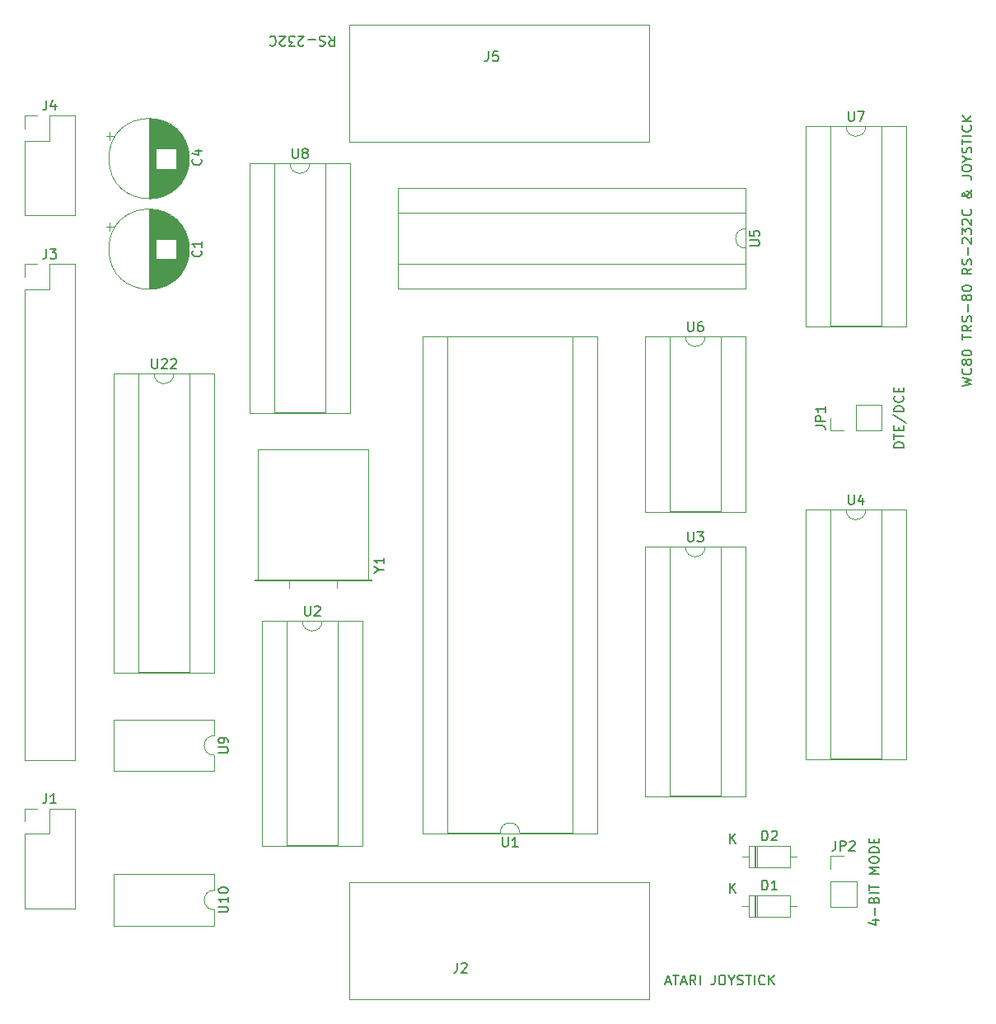
<source format=gbr>
%TF.GenerationSoftware,KiCad,Pcbnew,(5.1.9)-1*%
%TF.CreationDate,2021-11-03T00:36:12-04:00*%
%TF.ProjectId,main,6d61696e-2e6b-4696-9361-645f70636258,rev?*%
%TF.SameCoordinates,Original*%
%TF.FileFunction,Legend,Top*%
%TF.FilePolarity,Positive*%
%FSLAX46Y46*%
G04 Gerber Fmt 4.6, Leading zero omitted, Abs format (unit mm)*
G04 Created by KiCad (PCBNEW (5.1.9)-1) date 2021-11-03 00:36:12*
%MOMM*%
%LPD*%
G01*
G04 APERTURE LIST*
%ADD10C,0.200000*%
%ADD11C,0.120000*%
%ADD12C,0.150000*%
G04 APERTURE END LIST*
D10*
X111577380Y-63396428D02*
X110577380Y-63396428D01*
X110577380Y-63158333D01*
X110625000Y-63015476D01*
X110720238Y-62920238D01*
X110815476Y-62872619D01*
X111005952Y-62825000D01*
X111148809Y-62825000D01*
X111339285Y-62872619D01*
X111434523Y-62920238D01*
X111529761Y-63015476D01*
X111577380Y-63158333D01*
X111577380Y-63396428D01*
X110577380Y-62539285D02*
X110577380Y-61967857D01*
X111577380Y-62253571D02*
X110577380Y-62253571D01*
X111053571Y-61634523D02*
X111053571Y-61301190D01*
X111577380Y-61158333D02*
X111577380Y-61634523D01*
X110577380Y-61634523D01*
X110577380Y-61158333D01*
X110529761Y-60015476D02*
X111815476Y-60872619D01*
X111577380Y-59682142D02*
X110577380Y-59682142D01*
X110577380Y-59444047D01*
X110625000Y-59301190D01*
X110720238Y-59205952D01*
X110815476Y-59158333D01*
X111005952Y-59110714D01*
X111148809Y-59110714D01*
X111339285Y-59158333D01*
X111434523Y-59205952D01*
X111529761Y-59301190D01*
X111577380Y-59444047D01*
X111577380Y-59682142D01*
X111482142Y-58110714D02*
X111529761Y-58158333D01*
X111577380Y-58301190D01*
X111577380Y-58396428D01*
X111529761Y-58539285D01*
X111434523Y-58634523D01*
X111339285Y-58682142D01*
X111148809Y-58729761D01*
X111005952Y-58729761D01*
X110815476Y-58682142D01*
X110720238Y-58634523D01*
X110625000Y-58539285D01*
X110577380Y-58396428D01*
X110577380Y-58301190D01*
X110625000Y-58158333D01*
X110672619Y-58110714D01*
X111053571Y-57682142D02*
X111053571Y-57348809D01*
X111577380Y-57205952D02*
X111577380Y-57682142D01*
X110577380Y-57682142D01*
X110577380Y-57205952D01*
X108370714Y-111926190D02*
X109037380Y-111926190D01*
X107989761Y-112164285D02*
X108704047Y-112402380D01*
X108704047Y-111783333D01*
X108656428Y-111402380D02*
X108656428Y-110640476D01*
X108513571Y-109830952D02*
X108561190Y-109688095D01*
X108608809Y-109640476D01*
X108704047Y-109592857D01*
X108846904Y-109592857D01*
X108942142Y-109640476D01*
X108989761Y-109688095D01*
X109037380Y-109783333D01*
X109037380Y-110164285D01*
X108037380Y-110164285D01*
X108037380Y-109830952D01*
X108085000Y-109735714D01*
X108132619Y-109688095D01*
X108227857Y-109640476D01*
X108323095Y-109640476D01*
X108418333Y-109688095D01*
X108465952Y-109735714D01*
X108513571Y-109830952D01*
X108513571Y-110164285D01*
X109037380Y-109164285D02*
X108037380Y-109164285D01*
X108037380Y-108830952D02*
X108037380Y-108259523D01*
X109037380Y-108545238D02*
X108037380Y-108545238D01*
X109037380Y-107164285D02*
X108037380Y-107164285D01*
X108751666Y-106830952D01*
X108037380Y-106497619D01*
X109037380Y-106497619D01*
X108037380Y-105830952D02*
X108037380Y-105640476D01*
X108085000Y-105545238D01*
X108180238Y-105450000D01*
X108370714Y-105402380D01*
X108704047Y-105402380D01*
X108894523Y-105450000D01*
X108989761Y-105545238D01*
X109037380Y-105640476D01*
X109037380Y-105830952D01*
X108989761Y-105926190D01*
X108894523Y-106021428D01*
X108704047Y-106069047D01*
X108370714Y-106069047D01*
X108180238Y-106021428D01*
X108085000Y-105926190D01*
X108037380Y-105830952D01*
X109037380Y-104973809D02*
X108037380Y-104973809D01*
X108037380Y-104735714D01*
X108085000Y-104592857D01*
X108180238Y-104497619D01*
X108275476Y-104450000D01*
X108465952Y-104402380D01*
X108608809Y-104402380D01*
X108799285Y-104450000D01*
X108894523Y-104497619D01*
X108989761Y-104592857D01*
X109037380Y-104735714D01*
X109037380Y-104973809D01*
X108513571Y-103973809D02*
X108513571Y-103640476D01*
X109037380Y-103497619D02*
X109037380Y-103973809D01*
X108037380Y-103973809D01*
X108037380Y-103497619D01*
X52498285Y-21137619D02*
X52831619Y-21613809D01*
X53069714Y-21137619D02*
X53069714Y-22137619D01*
X52688761Y-22137619D01*
X52593523Y-22090000D01*
X52545904Y-22042380D01*
X52498285Y-21947142D01*
X52498285Y-21804285D01*
X52545904Y-21709047D01*
X52593523Y-21661428D01*
X52688761Y-21613809D01*
X53069714Y-21613809D01*
X52117333Y-21185238D02*
X51974476Y-21137619D01*
X51736380Y-21137619D01*
X51641142Y-21185238D01*
X51593523Y-21232857D01*
X51545904Y-21328095D01*
X51545904Y-21423333D01*
X51593523Y-21518571D01*
X51641142Y-21566190D01*
X51736380Y-21613809D01*
X51926857Y-21661428D01*
X52022095Y-21709047D01*
X52069714Y-21756666D01*
X52117333Y-21851904D01*
X52117333Y-21947142D01*
X52069714Y-22042380D01*
X52022095Y-22090000D01*
X51926857Y-22137619D01*
X51688761Y-22137619D01*
X51545904Y-22090000D01*
X51117333Y-21518571D02*
X50355428Y-21518571D01*
X49926857Y-22042380D02*
X49879238Y-22090000D01*
X49784000Y-22137619D01*
X49545904Y-22137619D01*
X49450666Y-22090000D01*
X49403047Y-22042380D01*
X49355428Y-21947142D01*
X49355428Y-21851904D01*
X49403047Y-21709047D01*
X49974476Y-21137619D01*
X49355428Y-21137619D01*
X49022095Y-22137619D02*
X48403047Y-22137619D01*
X48736380Y-21756666D01*
X48593523Y-21756666D01*
X48498285Y-21709047D01*
X48450666Y-21661428D01*
X48403047Y-21566190D01*
X48403047Y-21328095D01*
X48450666Y-21232857D01*
X48498285Y-21185238D01*
X48593523Y-21137619D01*
X48879238Y-21137619D01*
X48974476Y-21185238D01*
X49022095Y-21232857D01*
X48022095Y-22042380D02*
X47974476Y-22090000D01*
X47879238Y-22137619D01*
X47641142Y-22137619D01*
X47545904Y-22090000D01*
X47498285Y-22042380D01*
X47450666Y-21947142D01*
X47450666Y-21851904D01*
X47498285Y-21709047D01*
X48069714Y-21137619D01*
X47450666Y-21137619D01*
X46450666Y-21232857D02*
X46498285Y-21185238D01*
X46641142Y-21137619D01*
X46736380Y-21137619D01*
X46879238Y-21185238D01*
X46974476Y-21280476D01*
X47022095Y-21375714D01*
X47069714Y-21566190D01*
X47069714Y-21709047D01*
X47022095Y-21899523D01*
X46974476Y-21994761D01*
X46879238Y-22090000D01*
X46736380Y-22137619D01*
X46641142Y-22137619D01*
X46498285Y-22090000D01*
X46450666Y-22042380D01*
X87114761Y-118276666D02*
X87590952Y-118276666D01*
X87019523Y-118562380D02*
X87352857Y-117562380D01*
X87686190Y-118562380D01*
X87876666Y-117562380D02*
X88448095Y-117562380D01*
X88162380Y-118562380D02*
X88162380Y-117562380D01*
X88733809Y-118276666D02*
X89210000Y-118276666D01*
X88638571Y-118562380D02*
X88971904Y-117562380D01*
X89305238Y-118562380D01*
X90210000Y-118562380D02*
X89876666Y-118086190D01*
X89638571Y-118562380D02*
X89638571Y-117562380D01*
X90019523Y-117562380D01*
X90114761Y-117610000D01*
X90162380Y-117657619D01*
X90210000Y-117752857D01*
X90210000Y-117895714D01*
X90162380Y-117990952D01*
X90114761Y-118038571D01*
X90019523Y-118086190D01*
X89638571Y-118086190D01*
X90638571Y-118562380D02*
X90638571Y-117562380D01*
X92162380Y-117562380D02*
X92162380Y-118276666D01*
X92114761Y-118419523D01*
X92019523Y-118514761D01*
X91876666Y-118562380D01*
X91781428Y-118562380D01*
X92829047Y-117562380D02*
X93019523Y-117562380D01*
X93114761Y-117610000D01*
X93210000Y-117705238D01*
X93257619Y-117895714D01*
X93257619Y-118229047D01*
X93210000Y-118419523D01*
X93114761Y-118514761D01*
X93019523Y-118562380D01*
X92829047Y-118562380D01*
X92733809Y-118514761D01*
X92638571Y-118419523D01*
X92590952Y-118229047D01*
X92590952Y-117895714D01*
X92638571Y-117705238D01*
X92733809Y-117610000D01*
X92829047Y-117562380D01*
X93876666Y-118086190D02*
X93876666Y-118562380D01*
X93543333Y-117562380D02*
X93876666Y-118086190D01*
X94210000Y-117562380D01*
X94495714Y-118514761D02*
X94638571Y-118562380D01*
X94876666Y-118562380D01*
X94971904Y-118514761D01*
X95019523Y-118467142D01*
X95067142Y-118371904D01*
X95067142Y-118276666D01*
X95019523Y-118181428D01*
X94971904Y-118133809D01*
X94876666Y-118086190D01*
X94686190Y-118038571D01*
X94590952Y-117990952D01*
X94543333Y-117943333D01*
X94495714Y-117848095D01*
X94495714Y-117752857D01*
X94543333Y-117657619D01*
X94590952Y-117610000D01*
X94686190Y-117562380D01*
X94924285Y-117562380D01*
X95067142Y-117610000D01*
X95352857Y-117562380D02*
X95924285Y-117562380D01*
X95638571Y-118562380D02*
X95638571Y-117562380D01*
X96257619Y-118562380D02*
X96257619Y-117562380D01*
X97305238Y-118467142D02*
X97257619Y-118514761D01*
X97114761Y-118562380D01*
X97019523Y-118562380D01*
X96876666Y-118514761D01*
X96781428Y-118419523D01*
X96733809Y-118324285D01*
X96686190Y-118133809D01*
X96686190Y-117990952D01*
X96733809Y-117800476D01*
X96781428Y-117705238D01*
X96876666Y-117610000D01*
X97019523Y-117562380D01*
X97114761Y-117562380D01*
X97257619Y-117610000D01*
X97305238Y-117657619D01*
X97733809Y-118562380D02*
X97733809Y-117562380D01*
X98305238Y-118562380D02*
X97876666Y-117990952D01*
X98305238Y-117562380D02*
X97733809Y-118133809D01*
X117562380Y-57084761D02*
X118562380Y-56846666D01*
X117848095Y-56656190D01*
X118562380Y-56465714D01*
X117562380Y-56227619D01*
X118467142Y-55275238D02*
X118514761Y-55322857D01*
X118562380Y-55465714D01*
X118562380Y-55560952D01*
X118514761Y-55703809D01*
X118419523Y-55799047D01*
X118324285Y-55846666D01*
X118133809Y-55894285D01*
X117990952Y-55894285D01*
X117800476Y-55846666D01*
X117705238Y-55799047D01*
X117610000Y-55703809D01*
X117562380Y-55560952D01*
X117562380Y-55465714D01*
X117610000Y-55322857D01*
X117657619Y-55275238D01*
X117990952Y-54703809D02*
X117943333Y-54799047D01*
X117895714Y-54846666D01*
X117800476Y-54894285D01*
X117752857Y-54894285D01*
X117657619Y-54846666D01*
X117610000Y-54799047D01*
X117562380Y-54703809D01*
X117562380Y-54513333D01*
X117610000Y-54418095D01*
X117657619Y-54370476D01*
X117752857Y-54322857D01*
X117800476Y-54322857D01*
X117895714Y-54370476D01*
X117943333Y-54418095D01*
X117990952Y-54513333D01*
X117990952Y-54703809D01*
X118038571Y-54799047D01*
X118086190Y-54846666D01*
X118181428Y-54894285D01*
X118371904Y-54894285D01*
X118467142Y-54846666D01*
X118514761Y-54799047D01*
X118562380Y-54703809D01*
X118562380Y-54513333D01*
X118514761Y-54418095D01*
X118467142Y-54370476D01*
X118371904Y-54322857D01*
X118181428Y-54322857D01*
X118086190Y-54370476D01*
X118038571Y-54418095D01*
X117990952Y-54513333D01*
X117562380Y-53703809D02*
X117562380Y-53608571D01*
X117610000Y-53513333D01*
X117657619Y-53465714D01*
X117752857Y-53418095D01*
X117943333Y-53370476D01*
X118181428Y-53370476D01*
X118371904Y-53418095D01*
X118467142Y-53465714D01*
X118514761Y-53513333D01*
X118562380Y-53608571D01*
X118562380Y-53703809D01*
X118514761Y-53799047D01*
X118467142Y-53846666D01*
X118371904Y-53894285D01*
X118181428Y-53941904D01*
X117943333Y-53941904D01*
X117752857Y-53894285D01*
X117657619Y-53846666D01*
X117610000Y-53799047D01*
X117562380Y-53703809D01*
X117562380Y-52322857D02*
X117562380Y-51751428D01*
X118562380Y-52037142D02*
X117562380Y-52037142D01*
X118562380Y-50846666D02*
X118086190Y-51180000D01*
X118562380Y-51418095D02*
X117562380Y-51418095D01*
X117562380Y-51037142D01*
X117610000Y-50941904D01*
X117657619Y-50894285D01*
X117752857Y-50846666D01*
X117895714Y-50846666D01*
X117990952Y-50894285D01*
X118038571Y-50941904D01*
X118086190Y-51037142D01*
X118086190Y-51418095D01*
X118514761Y-50465714D02*
X118562380Y-50322857D01*
X118562380Y-50084761D01*
X118514761Y-49989523D01*
X118467142Y-49941904D01*
X118371904Y-49894285D01*
X118276666Y-49894285D01*
X118181428Y-49941904D01*
X118133809Y-49989523D01*
X118086190Y-50084761D01*
X118038571Y-50275238D01*
X117990952Y-50370476D01*
X117943333Y-50418095D01*
X117848095Y-50465714D01*
X117752857Y-50465714D01*
X117657619Y-50418095D01*
X117610000Y-50370476D01*
X117562380Y-50275238D01*
X117562380Y-50037142D01*
X117610000Y-49894285D01*
X118181428Y-49465714D02*
X118181428Y-48703809D01*
X117990952Y-48084761D02*
X117943333Y-48180000D01*
X117895714Y-48227619D01*
X117800476Y-48275238D01*
X117752857Y-48275238D01*
X117657619Y-48227619D01*
X117610000Y-48180000D01*
X117562380Y-48084761D01*
X117562380Y-47894285D01*
X117610000Y-47799047D01*
X117657619Y-47751428D01*
X117752857Y-47703809D01*
X117800476Y-47703809D01*
X117895714Y-47751428D01*
X117943333Y-47799047D01*
X117990952Y-47894285D01*
X117990952Y-48084761D01*
X118038571Y-48180000D01*
X118086190Y-48227619D01*
X118181428Y-48275238D01*
X118371904Y-48275238D01*
X118467142Y-48227619D01*
X118514761Y-48180000D01*
X118562380Y-48084761D01*
X118562380Y-47894285D01*
X118514761Y-47799047D01*
X118467142Y-47751428D01*
X118371904Y-47703809D01*
X118181428Y-47703809D01*
X118086190Y-47751428D01*
X118038571Y-47799047D01*
X117990952Y-47894285D01*
X117562380Y-47084761D02*
X117562380Y-46989523D01*
X117610000Y-46894285D01*
X117657619Y-46846666D01*
X117752857Y-46799047D01*
X117943333Y-46751428D01*
X118181428Y-46751428D01*
X118371904Y-46799047D01*
X118467142Y-46846666D01*
X118514761Y-46894285D01*
X118562380Y-46989523D01*
X118562380Y-47084761D01*
X118514761Y-47180000D01*
X118467142Y-47227619D01*
X118371904Y-47275238D01*
X118181428Y-47322857D01*
X117943333Y-47322857D01*
X117752857Y-47275238D01*
X117657619Y-47227619D01*
X117610000Y-47180000D01*
X117562380Y-47084761D01*
X118562380Y-44989523D02*
X118086190Y-45322857D01*
X118562380Y-45560952D02*
X117562380Y-45560952D01*
X117562380Y-45180000D01*
X117610000Y-45084761D01*
X117657619Y-45037142D01*
X117752857Y-44989523D01*
X117895714Y-44989523D01*
X117990952Y-45037142D01*
X118038571Y-45084761D01*
X118086190Y-45180000D01*
X118086190Y-45560952D01*
X118514761Y-44608571D02*
X118562380Y-44465714D01*
X118562380Y-44227619D01*
X118514761Y-44132380D01*
X118467142Y-44084761D01*
X118371904Y-44037142D01*
X118276666Y-44037142D01*
X118181428Y-44084761D01*
X118133809Y-44132380D01*
X118086190Y-44227619D01*
X118038571Y-44418095D01*
X117990952Y-44513333D01*
X117943333Y-44560952D01*
X117848095Y-44608571D01*
X117752857Y-44608571D01*
X117657619Y-44560952D01*
X117610000Y-44513333D01*
X117562380Y-44418095D01*
X117562380Y-44180000D01*
X117610000Y-44037142D01*
X118181428Y-43608571D02*
X118181428Y-42846666D01*
X117657619Y-42418095D02*
X117610000Y-42370476D01*
X117562380Y-42275238D01*
X117562380Y-42037142D01*
X117610000Y-41941904D01*
X117657619Y-41894285D01*
X117752857Y-41846666D01*
X117848095Y-41846666D01*
X117990952Y-41894285D01*
X118562380Y-42465714D01*
X118562380Y-41846666D01*
X117562380Y-41513333D02*
X117562380Y-40894285D01*
X117943333Y-41227619D01*
X117943333Y-41084761D01*
X117990952Y-40989523D01*
X118038571Y-40941904D01*
X118133809Y-40894285D01*
X118371904Y-40894285D01*
X118467142Y-40941904D01*
X118514761Y-40989523D01*
X118562380Y-41084761D01*
X118562380Y-41370476D01*
X118514761Y-41465714D01*
X118467142Y-41513333D01*
X117657619Y-40513333D02*
X117610000Y-40465714D01*
X117562380Y-40370476D01*
X117562380Y-40132380D01*
X117610000Y-40037142D01*
X117657619Y-39989523D01*
X117752857Y-39941904D01*
X117848095Y-39941904D01*
X117990952Y-39989523D01*
X118562380Y-40560952D01*
X118562380Y-39941904D01*
X118467142Y-38941904D02*
X118514761Y-38989523D01*
X118562380Y-39132380D01*
X118562380Y-39227619D01*
X118514761Y-39370476D01*
X118419523Y-39465714D01*
X118324285Y-39513333D01*
X118133809Y-39560952D01*
X117990952Y-39560952D01*
X117800476Y-39513333D01*
X117705238Y-39465714D01*
X117610000Y-39370476D01*
X117562380Y-39227619D01*
X117562380Y-39132380D01*
X117610000Y-38989523D01*
X117657619Y-38941904D01*
X118562380Y-36941904D02*
X118562380Y-36989523D01*
X118514761Y-37084761D01*
X118371904Y-37227619D01*
X118086190Y-37465714D01*
X117943333Y-37560952D01*
X117800476Y-37608571D01*
X117705238Y-37608571D01*
X117610000Y-37560952D01*
X117562380Y-37465714D01*
X117562380Y-37418095D01*
X117610000Y-37322857D01*
X117705238Y-37275238D01*
X117752857Y-37275238D01*
X117848095Y-37322857D01*
X117895714Y-37370476D01*
X118086190Y-37656190D01*
X118133809Y-37703809D01*
X118229047Y-37751428D01*
X118371904Y-37751428D01*
X118467142Y-37703809D01*
X118514761Y-37656190D01*
X118562380Y-37560952D01*
X118562380Y-37418095D01*
X118514761Y-37322857D01*
X118467142Y-37275238D01*
X118276666Y-37132380D01*
X118133809Y-37084761D01*
X118038571Y-37084761D01*
X117562380Y-35465714D02*
X118276666Y-35465714D01*
X118419523Y-35513333D01*
X118514761Y-35608571D01*
X118562380Y-35751428D01*
X118562380Y-35846666D01*
X117562380Y-34799047D02*
X117562380Y-34608571D01*
X117610000Y-34513333D01*
X117705238Y-34418095D01*
X117895714Y-34370476D01*
X118229047Y-34370476D01*
X118419523Y-34418095D01*
X118514761Y-34513333D01*
X118562380Y-34608571D01*
X118562380Y-34799047D01*
X118514761Y-34894285D01*
X118419523Y-34989523D01*
X118229047Y-35037142D01*
X117895714Y-35037142D01*
X117705238Y-34989523D01*
X117610000Y-34894285D01*
X117562380Y-34799047D01*
X118086190Y-33751428D02*
X118562380Y-33751428D01*
X117562380Y-34084761D02*
X118086190Y-33751428D01*
X117562380Y-33418095D01*
X118514761Y-33132380D02*
X118562380Y-32989523D01*
X118562380Y-32751428D01*
X118514761Y-32656190D01*
X118467142Y-32608571D01*
X118371904Y-32560952D01*
X118276666Y-32560952D01*
X118181428Y-32608571D01*
X118133809Y-32656190D01*
X118086190Y-32751428D01*
X118038571Y-32941904D01*
X117990952Y-33037142D01*
X117943333Y-33084761D01*
X117848095Y-33132380D01*
X117752857Y-33132380D01*
X117657619Y-33084761D01*
X117610000Y-33037142D01*
X117562380Y-32941904D01*
X117562380Y-32703809D01*
X117610000Y-32560952D01*
X117562380Y-32275238D02*
X117562380Y-31703809D01*
X118562380Y-31989523D02*
X117562380Y-31989523D01*
X118562380Y-31370476D02*
X117562380Y-31370476D01*
X118467142Y-30322857D02*
X118514761Y-30370476D01*
X118562380Y-30513333D01*
X118562380Y-30608571D01*
X118514761Y-30751428D01*
X118419523Y-30846666D01*
X118324285Y-30894285D01*
X118133809Y-30941904D01*
X117990952Y-30941904D01*
X117800476Y-30894285D01*
X117705238Y-30846666D01*
X117610000Y-30751428D01*
X117562380Y-30608571D01*
X117562380Y-30513333D01*
X117610000Y-30370476D01*
X117657619Y-30322857D01*
X118562380Y-29894285D02*
X117562380Y-29894285D01*
X118562380Y-29322857D02*
X117990952Y-29751428D01*
X117562380Y-29322857D02*
X118133809Y-29894285D01*
D11*
%TO.C,U10*%
X40700000Y-112505000D02*
X40700000Y-110855000D01*
X30420000Y-112505000D02*
X40700000Y-112505000D01*
X30420000Y-107205000D02*
X30420000Y-112505000D01*
X40700000Y-107205000D02*
X30420000Y-107205000D01*
X40700000Y-108855000D02*
X40700000Y-107205000D01*
X40700000Y-110855000D02*
G75*
G02*
X40700000Y-108855000I0J1000000D01*
G01*
%TO.C,U9*%
X40700000Y-96630000D02*
X40700000Y-94980000D01*
X30420000Y-96630000D02*
X40700000Y-96630000D01*
X30420000Y-91330000D02*
X30420000Y-96630000D01*
X40700000Y-91330000D02*
X30420000Y-91330000D01*
X40700000Y-92980000D02*
X40700000Y-91330000D01*
X40700000Y-94980000D02*
G75*
G02*
X40700000Y-92980000I0J1000000D01*
G01*
%TO.C,U4*%
X111820000Y-69730000D02*
X101540000Y-69730000D01*
X111820000Y-95370000D02*
X111820000Y-69730000D01*
X101540000Y-95370000D02*
X111820000Y-95370000D01*
X101540000Y-69730000D02*
X101540000Y-95370000D01*
X109330000Y-69790000D02*
X107680000Y-69790000D01*
X109330000Y-95310000D02*
X109330000Y-69790000D01*
X104030000Y-95310000D02*
X109330000Y-95310000D01*
X104030000Y-69790000D02*
X104030000Y-95310000D01*
X105680000Y-69790000D02*
X104030000Y-69790000D01*
X107680000Y-69790000D02*
G75*
G02*
X105680000Y-69790000I-1000000J0D01*
G01*
%TO.C,JP2*%
X104080000Y-105350000D02*
X105410000Y-105350000D01*
X104080000Y-106680000D02*
X104080000Y-105350000D01*
X104080000Y-107950000D02*
X106740000Y-107950000D01*
X106740000Y-107950000D02*
X106740000Y-110550000D01*
X104080000Y-107950000D02*
X104080000Y-110550000D01*
X104080000Y-110550000D02*
X106740000Y-110550000D01*
%TO.C,J2*%
X54600000Y-108020000D02*
X85400000Y-108020000D01*
X54600000Y-120020000D02*
X54600000Y-108020000D01*
X85400000Y-120020000D02*
X85400000Y-108020000D01*
X54600000Y-120020000D02*
X85400000Y-120020000D01*
%TO.C,D2*%
X96270000Y-104290000D02*
X96270000Y-106530000D01*
X96510000Y-104290000D02*
X96510000Y-106530000D01*
X96390000Y-104290000D02*
X96390000Y-106530000D01*
X100560000Y-105410000D02*
X99910000Y-105410000D01*
X95020000Y-105410000D02*
X95670000Y-105410000D01*
X99910000Y-104290000D02*
X95670000Y-104290000D01*
X99910000Y-106530000D02*
X99910000Y-104290000D01*
X95670000Y-106530000D02*
X99910000Y-106530000D01*
X95670000Y-104290000D02*
X95670000Y-106530000D01*
%TO.C,D1*%
X96270000Y-109370000D02*
X96270000Y-111610000D01*
X96510000Y-109370000D02*
X96510000Y-111610000D01*
X96390000Y-109370000D02*
X96390000Y-111610000D01*
X100560000Y-110490000D02*
X99910000Y-110490000D01*
X95020000Y-110490000D02*
X95670000Y-110490000D01*
X99910000Y-109370000D02*
X95670000Y-109370000D01*
X99910000Y-111610000D02*
X99910000Y-109370000D01*
X95670000Y-111610000D02*
X99910000Y-111610000D01*
X95670000Y-109370000D02*
X95670000Y-111610000D01*
%TO.C,JP1*%
X109280000Y-61655000D02*
X109280000Y-58995000D01*
X106680000Y-61655000D02*
X109280000Y-61655000D01*
X106680000Y-58995000D02*
X109280000Y-58995000D01*
X106680000Y-61655000D02*
X106680000Y-58995000D01*
X105410000Y-61655000D02*
X104080000Y-61655000D01*
X104080000Y-61655000D02*
X104080000Y-60325000D01*
%TO.C,U8*%
X48530000Y-34230000D02*
X46880000Y-34230000D01*
X46880000Y-34230000D02*
X46880000Y-59750000D01*
X46880000Y-59750000D02*
X52180000Y-59750000D01*
X52180000Y-59750000D02*
X52180000Y-34230000D01*
X52180000Y-34230000D02*
X50530000Y-34230000D01*
X44390000Y-34170000D02*
X44390000Y-59810000D01*
X44390000Y-59810000D02*
X54670000Y-59810000D01*
X54670000Y-59810000D02*
X54670000Y-34170000D01*
X54670000Y-34170000D02*
X44390000Y-34170000D01*
X50530000Y-34230000D02*
G75*
G02*
X48530000Y-34230000I-1000000J0D01*
G01*
%TO.C,U7*%
X105680000Y-30420000D02*
X104030000Y-30420000D01*
X104030000Y-30420000D02*
X104030000Y-50860000D01*
X104030000Y-50860000D02*
X109330000Y-50860000D01*
X109330000Y-50860000D02*
X109330000Y-30420000D01*
X109330000Y-30420000D02*
X107680000Y-30420000D01*
X101540000Y-30360000D02*
X101540000Y-50920000D01*
X101540000Y-50920000D02*
X111820000Y-50920000D01*
X111820000Y-50920000D02*
X111820000Y-30360000D01*
X111820000Y-30360000D02*
X101540000Y-30360000D01*
X107680000Y-30420000D02*
G75*
G02*
X105680000Y-30420000I-1000000J0D01*
G01*
%TO.C,U6*%
X89170000Y-52010000D02*
X87520000Y-52010000D01*
X87520000Y-52010000D02*
X87520000Y-69910000D01*
X87520000Y-69910000D02*
X92820000Y-69910000D01*
X92820000Y-69910000D02*
X92820000Y-52010000D01*
X92820000Y-52010000D02*
X91170000Y-52010000D01*
X85030000Y-51950000D02*
X85030000Y-69970000D01*
X85030000Y-69970000D02*
X95310000Y-69970000D01*
X95310000Y-69970000D02*
X95310000Y-51950000D01*
X95310000Y-51950000D02*
X85030000Y-51950000D01*
X91170000Y-52010000D02*
G75*
G02*
X89170000Y-52010000I-1000000J0D01*
G01*
%TO.C,U3*%
X89170000Y-73600000D02*
X87520000Y-73600000D01*
X87520000Y-73600000D02*
X87520000Y-99120000D01*
X87520000Y-99120000D02*
X92820000Y-99120000D01*
X92820000Y-99120000D02*
X92820000Y-73600000D01*
X92820000Y-73600000D02*
X91170000Y-73600000D01*
X85030000Y-73540000D02*
X85030000Y-99180000D01*
X85030000Y-99180000D02*
X95310000Y-99180000D01*
X95310000Y-99180000D02*
X95310000Y-73540000D01*
X95310000Y-73540000D02*
X85030000Y-73540000D01*
X91170000Y-73600000D02*
G75*
G02*
X89170000Y-73600000I-1000000J0D01*
G01*
%TO.C,J5*%
X85400000Y-19980000D02*
X54600000Y-19980000D01*
X54600000Y-19980000D02*
X54600000Y-31980000D01*
X85400000Y-19980000D02*
X85400000Y-31980000D01*
X85400000Y-31980000D02*
X54600000Y-31980000D01*
%TO.C,Y1*%
X56540000Y-76940000D02*
X56540000Y-63540000D01*
X56540000Y-63540000D02*
X45240000Y-63540000D01*
X45240000Y-63540000D02*
X45240000Y-76940000D01*
X45240000Y-76940000D02*
X56540000Y-76940000D01*
X53340000Y-76940000D02*
X53340000Y-77790000D01*
X53340000Y-77790000D02*
X53340000Y-77790000D01*
X48440000Y-76940000D02*
X48440000Y-77790000D01*
X48440000Y-77790000D02*
X48440000Y-77790000D01*
X56890000Y-76940000D02*
X56890000Y-77060000D01*
X56890000Y-77060000D02*
X44890000Y-77060000D01*
X44890000Y-77060000D02*
X44890000Y-76940000D01*
X44890000Y-76940000D02*
X56890000Y-76940000D01*
%TO.C,U5*%
X95310000Y-40910000D02*
X95310000Y-39260000D01*
X95310000Y-39260000D02*
X59630000Y-39260000D01*
X59630000Y-39260000D02*
X59630000Y-44560000D01*
X59630000Y-44560000D02*
X95310000Y-44560000D01*
X95310000Y-44560000D02*
X95310000Y-42910000D01*
X95370000Y-36770000D02*
X59570000Y-36770000D01*
X59570000Y-36770000D02*
X59570000Y-47050000D01*
X59570000Y-47050000D02*
X95370000Y-47050000D01*
X95370000Y-47050000D02*
X95370000Y-36770000D01*
X95310000Y-42910000D02*
G75*
G02*
X95310000Y-40910000I0J1000000D01*
G01*
%TO.C,U2*%
X49800000Y-81220000D02*
X48150000Y-81220000D01*
X48150000Y-81220000D02*
X48150000Y-104200000D01*
X48150000Y-104200000D02*
X53450000Y-104200000D01*
X53450000Y-104200000D02*
X53450000Y-81220000D01*
X53450000Y-81220000D02*
X51800000Y-81220000D01*
X45660000Y-81160000D02*
X45660000Y-104260000D01*
X45660000Y-104260000D02*
X55940000Y-104260000D01*
X55940000Y-104260000D02*
X55940000Y-81160000D01*
X55940000Y-81160000D02*
X45660000Y-81160000D01*
X51800000Y-81220000D02*
G75*
G02*
X49800000Y-81220000I-1000000J0D01*
G01*
%TO.C,U1*%
X72120000Y-102930000D02*
X77580000Y-102930000D01*
X77580000Y-102930000D02*
X77580000Y-52010000D01*
X77580000Y-52010000D02*
X64660000Y-52010000D01*
X64660000Y-52010000D02*
X64660000Y-102930000D01*
X64660000Y-102930000D02*
X70120000Y-102930000D01*
X80070000Y-102990000D02*
X80070000Y-51950000D01*
X80070000Y-51950000D02*
X62170000Y-51950000D01*
X62170000Y-51950000D02*
X62170000Y-102990000D01*
X62170000Y-102990000D02*
X80070000Y-102990000D01*
X70120000Y-102930000D02*
G75*
G02*
X72120000Y-102930000I1000000J0D01*
G01*
%TO.C,U22*%
X40700000Y-55760000D02*
X30420000Y-55760000D01*
X40700000Y-86480000D02*
X40700000Y-55760000D01*
X30420000Y-86480000D02*
X40700000Y-86480000D01*
X30420000Y-55760000D02*
X30420000Y-86480000D01*
X38210000Y-55820000D02*
X36560000Y-55820000D01*
X38210000Y-86420000D02*
X38210000Y-55820000D01*
X32910000Y-86420000D02*
X38210000Y-86420000D01*
X32910000Y-55820000D02*
X32910000Y-86420000D01*
X34560000Y-55820000D02*
X32910000Y-55820000D01*
X36560000Y-55820000D02*
G75*
G02*
X34560000Y-55820000I-1000000J0D01*
G01*
%TO.C,C1*%
X38140000Y-43015000D02*
G75*
G03*
X38140000Y-43015000I-4120000J0D01*
G01*
X34020000Y-38935000D02*
X34020000Y-47095000D01*
X34060000Y-38935000D02*
X34060000Y-47095000D01*
X34100000Y-38935000D02*
X34100000Y-47095000D01*
X34140000Y-38936000D02*
X34140000Y-47094000D01*
X34180000Y-38938000D02*
X34180000Y-47092000D01*
X34220000Y-38939000D02*
X34220000Y-47091000D01*
X34260000Y-38941000D02*
X34260000Y-47089000D01*
X34300000Y-38944000D02*
X34300000Y-47086000D01*
X34340000Y-38947000D02*
X34340000Y-47083000D01*
X34380000Y-38950000D02*
X34380000Y-47080000D01*
X34420000Y-38954000D02*
X34420000Y-47076000D01*
X34460000Y-38958000D02*
X34460000Y-47072000D01*
X34500000Y-38963000D02*
X34500000Y-47067000D01*
X34540000Y-38967000D02*
X34540000Y-47063000D01*
X34580000Y-38973000D02*
X34580000Y-47057000D01*
X34620000Y-38978000D02*
X34620000Y-47052000D01*
X34660000Y-38985000D02*
X34660000Y-47045000D01*
X34700000Y-38991000D02*
X34700000Y-47039000D01*
X34741000Y-38998000D02*
X34741000Y-41975000D01*
X34741000Y-44055000D02*
X34741000Y-47032000D01*
X34781000Y-39005000D02*
X34781000Y-41975000D01*
X34781000Y-44055000D02*
X34781000Y-47025000D01*
X34821000Y-39013000D02*
X34821000Y-41975000D01*
X34821000Y-44055000D02*
X34821000Y-47017000D01*
X34861000Y-39021000D02*
X34861000Y-41975000D01*
X34861000Y-44055000D02*
X34861000Y-47009000D01*
X34901000Y-39030000D02*
X34901000Y-41975000D01*
X34901000Y-44055000D02*
X34901000Y-47000000D01*
X34941000Y-39039000D02*
X34941000Y-41975000D01*
X34941000Y-44055000D02*
X34941000Y-46991000D01*
X34981000Y-39048000D02*
X34981000Y-41975000D01*
X34981000Y-44055000D02*
X34981000Y-46982000D01*
X35021000Y-39058000D02*
X35021000Y-41975000D01*
X35021000Y-44055000D02*
X35021000Y-46972000D01*
X35061000Y-39068000D02*
X35061000Y-41975000D01*
X35061000Y-44055000D02*
X35061000Y-46962000D01*
X35101000Y-39079000D02*
X35101000Y-41975000D01*
X35101000Y-44055000D02*
X35101000Y-46951000D01*
X35141000Y-39090000D02*
X35141000Y-41975000D01*
X35141000Y-44055000D02*
X35141000Y-46940000D01*
X35181000Y-39101000D02*
X35181000Y-41975000D01*
X35181000Y-44055000D02*
X35181000Y-46929000D01*
X35221000Y-39113000D02*
X35221000Y-41975000D01*
X35221000Y-44055000D02*
X35221000Y-46917000D01*
X35261000Y-39126000D02*
X35261000Y-41975000D01*
X35261000Y-44055000D02*
X35261000Y-46904000D01*
X35301000Y-39138000D02*
X35301000Y-41975000D01*
X35301000Y-44055000D02*
X35301000Y-46892000D01*
X35341000Y-39152000D02*
X35341000Y-41975000D01*
X35341000Y-44055000D02*
X35341000Y-46878000D01*
X35381000Y-39165000D02*
X35381000Y-41975000D01*
X35381000Y-44055000D02*
X35381000Y-46865000D01*
X35421000Y-39180000D02*
X35421000Y-41975000D01*
X35421000Y-44055000D02*
X35421000Y-46850000D01*
X35461000Y-39194000D02*
X35461000Y-41975000D01*
X35461000Y-44055000D02*
X35461000Y-46836000D01*
X35501000Y-39210000D02*
X35501000Y-41975000D01*
X35501000Y-44055000D02*
X35501000Y-46820000D01*
X35541000Y-39225000D02*
X35541000Y-41975000D01*
X35541000Y-44055000D02*
X35541000Y-46805000D01*
X35581000Y-39241000D02*
X35581000Y-41975000D01*
X35581000Y-44055000D02*
X35581000Y-46789000D01*
X35621000Y-39258000D02*
X35621000Y-41975000D01*
X35621000Y-44055000D02*
X35621000Y-46772000D01*
X35661000Y-39275000D02*
X35661000Y-41975000D01*
X35661000Y-44055000D02*
X35661000Y-46755000D01*
X35701000Y-39293000D02*
X35701000Y-41975000D01*
X35701000Y-44055000D02*
X35701000Y-46737000D01*
X35741000Y-39311000D02*
X35741000Y-41975000D01*
X35741000Y-44055000D02*
X35741000Y-46719000D01*
X35781000Y-39329000D02*
X35781000Y-41975000D01*
X35781000Y-44055000D02*
X35781000Y-46701000D01*
X35821000Y-39349000D02*
X35821000Y-41975000D01*
X35821000Y-44055000D02*
X35821000Y-46681000D01*
X35861000Y-39368000D02*
X35861000Y-41975000D01*
X35861000Y-44055000D02*
X35861000Y-46662000D01*
X35901000Y-39388000D02*
X35901000Y-41975000D01*
X35901000Y-44055000D02*
X35901000Y-46642000D01*
X35941000Y-39409000D02*
X35941000Y-41975000D01*
X35941000Y-44055000D02*
X35941000Y-46621000D01*
X35981000Y-39431000D02*
X35981000Y-41975000D01*
X35981000Y-44055000D02*
X35981000Y-46599000D01*
X36021000Y-39453000D02*
X36021000Y-41975000D01*
X36021000Y-44055000D02*
X36021000Y-46577000D01*
X36061000Y-39475000D02*
X36061000Y-41975000D01*
X36061000Y-44055000D02*
X36061000Y-46555000D01*
X36101000Y-39498000D02*
X36101000Y-41975000D01*
X36101000Y-44055000D02*
X36101000Y-46532000D01*
X36141000Y-39522000D02*
X36141000Y-41975000D01*
X36141000Y-44055000D02*
X36141000Y-46508000D01*
X36181000Y-39546000D02*
X36181000Y-41975000D01*
X36181000Y-44055000D02*
X36181000Y-46484000D01*
X36221000Y-39571000D02*
X36221000Y-41975000D01*
X36221000Y-44055000D02*
X36221000Y-46459000D01*
X36261000Y-39597000D02*
X36261000Y-41975000D01*
X36261000Y-44055000D02*
X36261000Y-46433000D01*
X36301000Y-39623000D02*
X36301000Y-41975000D01*
X36301000Y-44055000D02*
X36301000Y-46407000D01*
X36341000Y-39650000D02*
X36341000Y-41975000D01*
X36341000Y-44055000D02*
X36341000Y-46380000D01*
X36381000Y-39677000D02*
X36381000Y-41975000D01*
X36381000Y-44055000D02*
X36381000Y-46353000D01*
X36421000Y-39706000D02*
X36421000Y-41975000D01*
X36421000Y-44055000D02*
X36421000Y-46324000D01*
X36461000Y-39735000D02*
X36461000Y-41975000D01*
X36461000Y-44055000D02*
X36461000Y-46295000D01*
X36501000Y-39765000D02*
X36501000Y-41975000D01*
X36501000Y-44055000D02*
X36501000Y-46265000D01*
X36541000Y-39795000D02*
X36541000Y-41975000D01*
X36541000Y-44055000D02*
X36541000Y-46235000D01*
X36581000Y-39826000D02*
X36581000Y-41975000D01*
X36581000Y-44055000D02*
X36581000Y-46204000D01*
X36621000Y-39859000D02*
X36621000Y-41975000D01*
X36621000Y-44055000D02*
X36621000Y-46171000D01*
X36661000Y-39891000D02*
X36661000Y-41975000D01*
X36661000Y-44055000D02*
X36661000Y-46139000D01*
X36701000Y-39925000D02*
X36701000Y-41975000D01*
X36701000Y-44055000D02*
X36701000Y-46105000D01*
X36741000Y-39960000D02*
X36741000Y-41975000D01*
X36741000Y-44055000D02*
X36741000Y-46070000D01*
X36781000Y-39996000D02*
X36781000Y-41975000D01*
X36781000Y-44055000D02*
X36781000Y-46034000D01*
X36821000Y-40032000D02*
X36821000Y-45998000D01*
X36861000Y-40070000D02*
X36861000Y-45960000D01*
X36901000Y-40108000D02*
X36901000Y-45922000D01*
X36941000Y-40148000D02*
X36941000Y-45882000D01*
X36981000Y-40189000D02*
X36981000Y-45841000D01*
X37021000Y-40231000D02*
X37021000Y-45799000D01*
X37061000Y-40274000D02*
X37061000Y-45756000D01*
X37101000Y-40318000D02*
X37101000Y-45712000D01*
X37141000Y-40364000D02*
X37141000Y-45666000D01*
X37181000Y-40411000D02*
X37181000Y-45619000D01*
X37221000Y-40459000D02*
X37221000Y-45571000D01*
X37261000Y-40510000D02*
X37261000Y-45520000D01*
X37301000Y-40561000D02*
X37301000Y-45469000D01*
X37341000Y-40615000D02*
X37341000Y-45415000D01*
X37381000Y-40670000D02*
X37381000Y-45360000D01*
X37421000Y-40728000D02*
X37421000Y-45302000D01*
X37461000Y-40787000D02*
X37461000Y-45243000D01*
X37501000Y-40849000D02*
X37501000Y-45181000D01*
X37541000Y-40913000D02*
X37541000Y-45117000D01*
X37581000Y-40981000D02*
X37581000Y-45049000D01*
X37621000Y-41051000D02*
X37621000Y-44979000D01*
X37661000Y-41125000D02*
X37661000Y-44905000D01*
X37701000Y-41202000D02*
X37701000Y-44828000D01*
X37741000Y-41284000D02*
X37741000Y-44746000D01*
X37781000Y-41370000D02*
X37781000Y-44660000D01*
X37821000Y-41463000D02*
X37821000Y-44567000D01*
X37861000Y-41562000D02*
X37861000Y-44468000D01*
X37901000Y-41669000D02*
X37901000Y-44361000D01*
X37941000Y-41786000D02*
X37941000Y-44244000D01*
X37981000Y-41917000D02*
X37981000Y-44113000D01*
X38021000Y-42067000D02*
X38021000Y-43963000D01*
X38061000Y-42247000D02*
X38061000Y-43783000D01*
X38101000Y-42482000D02*
X38101000Y-43548000D01*
X29610302Y-40700000D02*
X30410302Y-40700000D01*
X30010302Y-40300000D02*
X30010302Y-41100000D01*
%TO.C,C4*%
X38140000Y-33715000D02*
G75*
G03*
X38140000Y-33715000I-4120000J0D01*
G01*
X34020000Y-29635000D02*
X34020000Y-37795000D01*
X34060000Y-29635000D02*
X34060000Y-37795000D01*
X34100000Y-29635000D02*
X34100000Y-37795000D01*
X34140000Y-29636000D02*
X34140000Y-37794000D01*
X34180000Y-29638000D02*
X34180000Y-37792000D01*
X34220000Y-29639000D02*
X34220000Y-37791000D01*
X34260000Y-29641000D02*
X34260000Y-37789000D01*
X34300000Y-29644000D02*
X34300000Y-37786000D01*
X34340000Y-29647000D02*
X34340000Y-37783000D01*
X34380000Y-29650000D02*
X34380000Y-37780000D01*
X34420000Y-29654000D02*
X34420000Y-37776000D01*
X34460000Y-29658000D02*
X34460000Y-37772000D01*
X34500000Y-29663000D02*
X34500000Y-37767000D01*
X34540000Y-29667000D02*
X34540000Y-37763000D01*
X34580000Y-29673000D02*
X34580000Y-37757000D01*
X34620000Y-29678000D02*
X34620000Y-37752000D01*
X34660000Y-29685000D02*
X34660000Y-37745000D01*
X34700000Y-29691000D02*
X34700000Y-37739000D01*
X34741000Y-29698000D02*
X34741000Y-32675000D01*
X34741000Y-34755000D02*
X34741000Y-37732000D01*
X34781000Y-29705000D02*
X34781000Y-32675000D01*
X34781000Y-34755000D02*
X34781000Y-37725000D01*
X34821000Y-29713000D02*
X34821000Y-32675000D01*
X34821000Y-34755000D02*
X34821000Y-37717000D01*
X34861000Y-29721000D02*
X34861000Y-32675000D01*
X34861000Y-34755000D02*
X34861000Y-37709000D01*
X34901000Y-29730000D02*
X34901000Y-32675000D01*
X34901000Y-34755000D02*
X34901000Y-37700000D01*
X34941000Y-29739000D02*
X34941000Y-32675000D01*
X34941000Y-34755000D02*
X34941000Y-37691000D01*
X34981000Y-29748000D02*
X34981000Y-32675000D01*
X34981000Y-34755000D02*
X34981000Y-37682000D01*
X35021000Y-29758000D02*
X35021000Y-32675000D01*
X35021000Y-34755000D02*
X35021000Y-37672000D01*
X35061000Y-29768000D02*
X35061000Y-32675000D01*
X35061000Y-34755000D02*
X35061000Y-37662000D01*
X35101000Y-29779000D02*
X35101000Y-32675000D01*
X35101000Y-34755000D02*
X35101000Y-37651000D01*
X35141000Y-29790000D02*
X35141000Y-32675000D01*
X35141000Y-34755000D02*
X35141000Y-37640000D01*
X35181000Y-29801000D02*
X35181000Y-32675000D01*
X35181000Y-34755000D02*
X35181000Y-37629000D01*
X35221000Y-29813000D02*
X35221000Y-32675000D01*
X35221000Y-34755000D02*
X35221000Y-37617000D01*
X35261000Y-29826000D02*
X35261000Y-32675000D01*
X35261000Y-34755000D02*
X35261000Y-37604000D01*
X35301000Y-29838000D02*
X35301000Y-32675000D01*
X35301000Y-34755000D02*
X35301000Y-37592000D01*
X35341000Y-29852000D02*
X35341000Y-32675000D01*
X35341000Y-34755000D02*
X35341000Y-37578000D01*
X35381000Y-29865000D02*
X35381000Y-32675000D01*
X35381000Y-34755000D02*
X35381000Y-37565000D01*
X35421000Y-29880000D02*
X35421000Y-32675000D01*
X35421000Y-34755000D02*
X35421000Y-37550000D01*
X35461000Y-29894000D02*
X35461000Y-32675000D01*
X35461000Y-34755000D02*
X35461000Y-37536000D01*
X35501000Y-29910000D02*
X35501000Y-32675000D01*
X35501000Y-34755000D02*
X35501000Y-37520000D01*
X35541000Y-29925000D02*
X35541000Y-32675000D01*
X35541000Y-34755000D02*
X35541000Y-37505000D01*
X35581000Y-29941000D02*
X35581000Y-32675000D01*
X35581000Y-34755000D02*
X35581000Y-37489000D01*
X35621000Y-29958000D02*
X35621000Y-32675000D01*
X35621000Y-34755000D02*
X35621000Y-37472000D01*
X35661000Y-29975000D02*
X35661000Y-32675000D01*
X35661000Y-34755000D02*
X35661000Y-37455000D01*
X35701000Y-29993000D02*
X35701000Y-32675000D01*
X35701000Y-34755000D02*
X35701000Y-37437000D01*
X35741000Y-30011000D02*
X35741000Y-32675000D01*
X35741000Y-34755000D02*
X35741000Y-37419000D01*
X35781000Y-30029000D02*
X35781000Y-32675000D01*
X35781000Y-34755000D02*
X35781000Y-37401000D01*
X35821000Y-30049000D02*
X35821000Y-32675000D01*
X35821000Y-34755000D02*
X35821000Y-37381000D01*
X35861000Y-30068000D02*
X35861000Y-32675000D01*
X35861000Y-34755000D02*
X35861000Y-37362000D01*
X35901000Y-30088000D02*
X35901000Y-32675000D01*
X35901000Y-34755000D02*
X35901000Y-37342000D01*
X35941000Y-30109000D02*
X35941000Y-32675000D01*
X35941000Y-34755000D02*
X35941000Y-37321000D01*
X35981000Y-30131000D02*
X35981000Y-32675000D01*
X35981000Y-34755000D02*
X35981000Y-37299000D01*
X36021000Y-30153000D02*
X36021000Y-32675000D01*
X36021000Y-34755000D02*
X36021000Y-37277000D01*
X36061000Y-30175000D02*
X36061000Y-32675000D01*
X36061000Y-34755000D02*
X36061000Y-37255000D01*
X36101000Y-30198000D02*
X36101000Y-32675000D01*
X36101000Y-34755000D02*
X36101000Y-37232000D01*
X36141000Y-30222000D02*
X36141000Y-32675000D01*
X36141000Y-34755000D02*
X36141000Y-37208000D01*
X36181000Y-30246000D02*
X36181000Y-32675000D01*
X36181000Y-34755000D02*
X36181000Y-37184000D01*
X36221000Y-30271000D02*
X36221000Y-32675000D01*
X36221000Y-34755000D02*
X36221000Y-37159000D01*
X36261000Y-30297000D02*
X36261000Y-32675000D01*
X36261000Y-34755000D02*
X36261000Y-37133000D01*
X36301000Y-30323000D02*
X36301000Y-32675000D01*
X36301000Y-34755000D02*
X36301000Y-37107000D01*
X36341000Y-30350000D02*
X36341000Y-32675000D01*
X36341000Y-34755000D02*
X36341000Y-37080000D01*
X36381000Y-30377000D02*
X36381000Y-32675000D01*
X36381000Y-34755000D02*
X36381000Y-37053000D01*
X36421000Y-30406000D02*
X36421000Y-32675000D01*
X36421000Y-34755000D02*
X36421000Y-37024000D01*
X36461000Y-30435000D02*
X36461000Y-32675000D01*
X36461000Y-34755000D02*
X36461000Y-36995000D01*
X36501000Y-30465000D02*
X36501000Y-32675000D01*
X36501000Y-34755000D02*
X36501000Y-36965000D01*
X36541000Y-30495000D02*
X36541000Y-32675000D01*
X36541000Y-34755000D02*
X36541000Y-36935000D01*
X36581000Y-30526000D02*
X36581000Y-32675000D01*
X36581000Y-34755000D02*
X36581000Y-36904000D01*
X36621000Y-30559000D02*
X36621000Y-32675000D01*
X36621000Y-34755000D02*
X36621000Y-36871000D01*
X36661000Y-30591000D02*
X36661000Y-32675000D01*
X36661000Y-34755000D02*
X36661000Y-36839000D01*
X36701000Y-30625000D02*
X36701000Y-32675000D01*
X36701000Y-34755000D02*
X36701000Y-36805000D01*
X36741000Y-30660000D02*
X36741000Y-32675000D01*
X36741000Y-34755000D02*
X36741000Y-36770000D01*
X36781000Y-30696000D02*
X36781000Y-32675000D01*
X36781000Y-34755000D02*
X36781000Y-36734000D01*
X36821000Y-30732000D02*
X36821000Y-36698000D01*
X36861000Y-30770000D02*
X36861000Y-36660000D01*
X36901000Y-30808000D02*
X36901000Y-36622000D01*
X36941000Y-30848000D02*
X36941000Y-36582000D01*
X36981000Y-30889000D02*
X36981000Y-36541000D01*
X37021000Y-30931000D02*
X37021000Y-36499000D01*
X37061000Y-30974000D02*
X37061000Y-36456000D01*
X37101000Y-31018000D02*
X37101000Y-36412000D01*
X37141000Y-31064000D02*
X37141000Y-36366000D01*
X37181000Y-31111000D02*
X37181000Y-36319000D01*
X37221000Y-31159000D02*
X37221000Y-36271000D01*
X37261000Y-31210000D02*
X37261000Y-36220000D01*
X37301000Y-31261000D02*
X37301000Y-36169000D01*
X37341000Y-31315000D02*
X37341000Y-36115000D01*
X37381000Y-31370000D02*
X37381000Y-36060000D01*
X37421000Y-31428000D02*
X37421000Y-36002000D01*
X37461000Y-31487000D02*
X37461000Y-35943000D01*
X37501000Y-31549000D02*
X37501000Y-35881000D01*
X37541000Y-31613000D02*
X37541000Y-35817000D01*
X37581000Y-31681000D02*
X37581000Y-35749000D01*
X37621000Y-31751000D02*
X37621000Y-35679000D01*
X37661000Y-31825000D02*
X37661000Y-35605000D01*
X37701000Y-31902000D02*
X37701000Y-35528000D01*
X37741000Y-31984000D02*
X37741000Y-35446000D01*
X37781000Y-32070000D02*
X37781000Y-35360000D01*
X37821000Y-32163000D02*
X37821000Y-35267000D01*
X37861000Y-32262000D02*
X37861000Y-35168000D01*
X37901000Y-32369000D02*
X37901000Y-35061000D01*
X37941000Y-32486000D02*
X37941000Y-34944000D01*
X37981000Y-32617000D02*
X37981000Y-34813000D01*
X38021000Y-32767000D02*
X38021000Y-34663000D01*
X38061000Y-32947000D02*
X38061000Y-34483000D01*
X38101000Y-33182000D02*
X38101000Y-34248000D01*
X29610302Y-31400000D02*
X30410302Y-31400000D01*
X30010302Y-31000000D02*
X30010302Y-31800000D01*
%TO.C,J4*%
X21210000Y-29270000D02*
X22540000Y-29270000D01*
X21210000Y-30600000D02*
X21210000Y-29270000D01*
X23810000Y-29270000D02*
X26410000Y-29270000D01*
X23810000Y-31870000D02*
X23810000Y-29270000D01*
X21210000Y-31870000D02*
X23810000Y-31870000D01*
X26410000Y-29270000D02*
X26410000Y-39550000D01*
X21210000Y-31870000D02*
X21210000Y-39550000D01*
X21210000Y-39550000D02*
X26410000Y-39550000D01*
%TO.C,J1*%
X21210000Y-110730000D02*
X26410000Y-110730000D01*
X21210000Y-103050000D02*
X21210000Y-110730000D01*
X26410000Y-100450000D02*
X26410000Y-110730000D01*
X21210000Y-103050000D02*
X23810000Y-103050000D01*
X23810000Y-103050000D02*
X23810000Y-100450000D01*
X23810000Y-100450000D02*
X26410000Y-100450000D01*
X21210000Y-101780000D02*
X21210000Y-100450000D01*
X21210000Y-100450000D02*
X22540000Y-100450000D01*
%TO.C,J3*%
X21210000Y-44540000D02*
X22540000Y-44540000D01*
X21210000Y-45870000D02*
X21210000Y-44540000D01*
X23810000Y-44540000D02*
X26410000Y-44540000D01*
X23810000Y-47140000D02*
X23810000Y-44540000D01*
X21210000Y-47140000D02*
X23810000Y-47140000D01*
X26410000Y-44540000D02*
X26410000Y-95460000D01*
X21210000Y-47140000D02*
X21210000Y-95460000D01*
X21210000Y-95460000D02*
X26410000Y-95460000D01*
%TO.C,U10*%
D12*
X41152380Y-111093095D02*
X41961904Y-111093095D01*
X42057142Y-111045476D01*
X42104761Y-110997857D01*
X42152380Y-110902619D01*
X42152380Y-110712142D01*
X42104761Y-110616904D01*
X42057142Y-110569285D01*
X41961904Y-110521666D01*
X41152380Y-110521666D01*
X42152380Y-109521666D02*
X42152380Y-110093095D01*
X42152380Y-109807380D02*
X41152380Y-109807380D01*
X41295238Y-109902619D01*
X41390476Y-109997857D01*
X41438095Y-110093095D01*
X41152380Y-108902619D02*
X41152380Y-108807380D01*
X41200000Y-108712142D01*
X41247619Y-108664523D01*
X41342857Y-108616904D01*
X41533333Y-108569285D01*
X41771428Y-108569285D01*
X41961904Y-108616904D01*
X42057142Y-108664523D01*
X42104761Y-108712142D01*
X42152380Y-108807380D01*
X42152380Y-108902619D01*
X42104761Y-108997857D01*
X42057142Y-109045476D01*
X41961904Y-109093095D01*
X41771428Y-109140714D01*
X41533333Y-109140714D01*
X41342857Y-109093095D01*
X41247619Y-109045476D01*
X41200000Y-108997857D01*
X41152380Y-108902619D01*
%TO.C,U9*%
X41152380Y-94741904D02*
X41961904Y-94741904D01*
X42057142Y-94694285D01*
X42104761Y-94646666D01*
X42152380Y-94551428D01*
X42152380Y-94360952D01*
X42104761Y-94265714D01*
X42057142Y-94218095D01*
X41961904Y-94170476D01*
X41152380Y-94170476D01*
X42152380Y-93646666D02*
X42152380Y-93456190D01*
X42104761Y-93360952D01*
X42057142Y-93313333D01*
X41914285Y-93218095D01*
X41723809Y-93170476D01*
X41342857Y-93170476D01*
X41247619Y-93218095D01*
X41200000Y-93265714D01*
X41152380Y-93360952D01*
X41152380Y-93551428D01*
X41200000Y-93646666D01*
X41247619Y-93694285D01*
X41342857Y-93741904D01*
X41580952Y-93741904D01*
X41676190Y-93694285D01*
X41723809Y-93646666D01*
X41771428Y-93551428D01*
X41771428Y-93360952D01*
X41723809Y-93265714D01*
X41676190Y-93218095D01*
X41580952Y-93170476D01*
%TO.C,U4*%
X105918095Y-68242380D02*
X105918095Y-69051904D01*
X105965714Y-69147142D01*
X106013333Y-69194761D01*
X106108571Y-69242380D01*
X106299047Y-69242380D01*
X106394285Y-69194761D01*
X106441904Y-69147142D01*
X106489523Y-69051904D01*
X106489523Y-68242380D01*
X107394285Y-68575714D02*
X107394285Y-69242380D01*
X107156190Y-68194761D02*
X106918095Y-68909047D01*
X107537142Y-68909047D01*
%TO.C,JP2*%
X104576666Y-103802380D02*
X104576666Y-104516666D01*
X104529047Y-104659523D01*
X104433809Y-104754761D01*
X104290952Y-104802380D01*
X104195714Y-104802380D01*
X105052857Y-104802380D02*
X105052857Y-103802380D01*
X105433809Y-103802380D01*
X105529047Y-103850000D01*
X105576666Y-103897619D01*
X105624285Y-103992857D01*
X105624285Y-104135714D01*
X105576666Y-104230952D01*
X105529047Y-104278571D01*
X105433809Y-104326190D01*
X105052857Y-104326190D01*
X106005238Y-103897619D02*
X106052857Y-103850000D01*
X106148095Y-103802380D01*
X106386190Y-103802380D01*
X106481428Y-103850000D01*
X106529047Y-103897619D01*
X106576666Y-103992857D01*
X106576666Y-104088095D01*
X106529047Y-104230952D01*
X105957619Y-104802380D01*
X106576666Y-104802380D01*
%TO.C,J2*%
X65706666Y-116302380D02*
X65706666Y-117016666D01*
X65659047Y-117159523D01*
X65563809Y-117254761D01*
X65420952Y-117302380D01*
X65325714Y-117302380D01*
X66135238Y-116397619D02*
X66182857Y-116350000D01*
X66278095Y-116302380D01*
X66516190Y-116302380D01*
X66611428Y-116350000D01*
X66659047Y-116397619D01*
X66706666Y-116492857D01*
X66706666Y-116588095D01*
X66659047Y-116730952D01*
X66087619Y-117302380D01*
X66706666Y-117302380D01*
%TO.C,D2*%
X97051904Y-103742380D02*
X97051904Y-102742380D01*
X97290000Y-102742380D01*
X97432857Y-102790000D01*
X97528095Y-102885238D01*
X97575714Y-102980476D01*
X97623333Y-103170952D01*
X97623333Y-103313809D01*
X97575714Y-103504285D01*
X97528095Y-103599523D01*
X97432857Y-103694761D01*
X97290000Y-103742380D01*
X97051904Y-103742380D01*
X98004285Y-102837619D02*
X98051904Y-102790000D01*
X98147142Y-102742380D01*
X98385238Y-102742380D01*
X98480476Y-102790000D01*
X98528095Y-102837619D01*
X98575714Y-102932857D01*
X98575714Y-103028095D01*
X98528095Y-103170952D01*
X97956666Y-103742380D01*
X98575714Y-103742380D01*
X93718095Y-104062380D02*
X93718095Y-103062380D01*
X94289523Y-104062380D02*
X93860952Y-103490952D01*
X94289523Y-103062380D02*
X93718095Y-103633809D01*
%TO.C,D1*%
X97051904Y-108822380D02*
X97051904Y-107822380D01*
X97290000Y-107822380D01*
X97432857Y-107870000D01*
X97528095Y-107965238D01*
X97575714Y-108060476D01*
X97623333Y-108250952D01*
X97623333Y-108393809D01*
X97575714Y-108584285D01*
X97528095Y-108679523D01*
X97432857Y-108774761D01*
X97290000Y-108822380D01*
X97051904Y-108822380D01*
X98575714Y-108822380D02*
X98004285Y-108822380D01*
X98290000Y-108822380D02*
X98290000Y-107822380D01*
X98194761Y-107965238D01*
X98099523Y-108060476D01*
X98004285Y-108108095D01*
X93718095Y-109142380D02*
X93718095Y-108142380D01*
X94289523Y-109142380D02*
X93860952Y-108570952D01*
X94289523Y-108142380D02*
X93718095Y-108713809D01*
%TO.C,JP1*%
X102532380Y-61158333D02*
X103246666Y-61158333D01*
X103389523Y-61205952D01*
X103484761Y-61301190D01*
X103532380Y-61444047D01*
X103532380Y-61539285D01*
X103532380Y-60682142D02*
X102532380Y-60682142D01*
X102532380Y-60301190D01*
X102580000Y-60205952D01*
X102627619Y-60158333D01*
X102722857Y-60110714D01*
X102865714Y-60110714D01*
X102960952Y-60158333D01*
X103008571Y-60205952D01*
X103056190Y-60301190D01*
X103056190Y-60682142D01*
X103532380Y-59158333D02*
X103532380Y-59729761D01*
X103532380Y-59444047D02*
X102532380Y-59444047D01*
X102675238Y-59539285D01*
X102770476Y-59634523D01*
X102818095Y-59729761D01*
%TO.C,U8*%
X48768095Y-32682380D02*
X48768095Y-33491904D01*
X48815714Y-33587142D01*
X48863333Y-33634761D01*
X48958571Y-33682380D01*
X49149047Y-33682380D01*
X49244285Y-33634761D01*
X49291904Y-33587142D01*
X49339523Y-33491904D01*
X49339523Y-32682380D01*
X49958571Y-33110952D02*
X49863333Y-33063333D01*
X49815714Y-33015714D01*
X49768095Y-32920476D01*
X49768095Y-32872857D01*
X49815714Y-32777619D01*
X49863333Y-32730000D01*
X49958571Y-32682380D01*
X50149047Y-32682380D01*
X50244285Y-32730000D01*
X50291904Y-32777619D01*
X50339523Y-32872857D01*
X50339523Y-32920476D01*
X50291904Y-33015714D01*
X50244285Y-33063333D01*
X50149047Y-33110952D01*
X49958571Y-33110952D01*
X49863333Y-33158571D01*
X49815714Y-33206190D01*
X49768095Y-33301428D01*
X49768095Y-33491904D01*
X49815714Y-33587142D01*
X49863333Y-33634761D01*
X49958571Y-33682380D01*
X50149047Y-33682380D01*
X50244285Y-33634761D01*
X50291904Y-33587142D01*
X50339523Y-33491904D01*
X50339523Y-33301428D01*
X50291904Y-33206190D01*
X50244285Y-33158571D01*
X50149047Y-33110952D01*
%TO.C,U7*%
X105918095Y-28872380D02*
X105918095Y-29681904D01*
X105965714Y-29777142D01*
X106013333Y-29824761D01*
X106108571Y-29872380D01*
X106299047Y-29872380D01*
X106394285Y-29824761D01*
X106441904Y-29777142D01*
X106489523Y-29681904D01*
X106489523Y-28872380D01*
X106870476Y-28872380D02*
X107537142Y-28872380D01*
X107108571Y-29872380D01*
%TO.C,U6*%
X89408095Y-50462380D02*
X89408095Y-51271904D01*
X89455714Y-51367142D01*
X89503333Y-51414761D01*
X89598571Y-51462380D01*
X89789047Y-51462380D01*
X89884285Y-51414761D01*
X89931904Y-51367142D01*
X89979523Y-51271904D01*
X89979523Y-50462380D01*
X90884285Y-50462380D02*
X90693809Y-50462380D01*
X90598571Y-50510000D01*
X90550952Y-50557619D01*
X90455714Y-50700476D01*
X90408095Y-50890952D01*
X90408095Y-51271904D01*
X90455714Y-51367142D01*
X90503333Y-51414761D01*
X90598571Y-51462380D01*
X90789047Y-51462380D01*
X90884285Y-51414761D01*
X90931904Y-51367142D01*
X90979523Y-51271904D01*
X90979523Y-51033809D01*
X90931904Y-50938571D01*
X90884285Y-50890952D01*
X90789047Y-50843333D01*
X90598571Y-50843333D01*
X90503333Y-50890952D01*
X90455714Y-50938571D01*
X90408095Y-51033809D01*
%TO.C,U3*%
X89408095Y-72052380D02*
X89408095Y-72861904D01*
X89455714Y-72957142D01*
X89503333Y-73004761D01*
X89598571Y-73052380D01*
X89789047Y-73052380D01*
X89884285Y-73004761D01*
X89931904Y-72957142D01*
X89979523Y-72861904D01*
X89979523Y-72052380D01*
X90360476Y-72052380D02*
X90979523Y-72052380D01*
X90646190Y-72433333D01*
X90789047Y-72433333D01*
X90884285Y-72480952D01*
X90931904Y-72528571D01*
X90979523Y-72623809D01*
X90979523Y-72861904D01*
X90931904Y-72957142D01*
X90884285Y-73004761D01*
X90789047Y-73052380D01*
X90503333Y-73052380D01*
X90408095Y-73004761D01*
X90360476Y-72957142D01*
%TO.C,J5*%
X68916666Y-22702380D02*
X68916666Y-23416666D01*
X68869047Y-23559523D01*
X68773809Y-23654761D01*
X68630952Y-23702380D01*
X68535714Y-23702380D01*
X69869047Y-22702380D02*
X69392857Y-22702380D01*
X69345238Y-23178571D01*
X69392857Y-23130952D01*
X69488095Y-23083333D01*
X69726190Y-23083333D01*
X69821428Y-23130952D01*
X69869047Y-23178571D01*
X69916666Y-23273809D01*
X69916666Y-23511904D01*
X69869047Y-23607142D01*
X69821428Y-23654761D01*
X69726190Y-23702380D01*
X69488095Y-23702380D01*
X69392857Y-23654761D01*
X69345238Y-23607142D01*
%TO.C,Y1*%
X57691190Y-75903690D02*
X58167380Y-75903690D01*
X57167380Y-76237023D02*
X57691190Y-75903690D01*
X57167380Y-75570357D01*
X58167380Y-74713214D02*
X58167380Y-75284642D01*
X58167380Y-74998928D02*
X57167380Y-74998928D01*
X57310238Y-75094166D01*
X57405476Y-75189404D01*
X57453095Y-75284642D01*
%TO.C,U5*%
X95762380Y-42671904D02*
X96571904Y-42671904D01*
X96667142Y-42624285D01*
X96714761Y-42576666D01*
X96762380Y-42481428D01*
X96762380Y-42290952D01*
X96714761Y-42195714D01*
X96667142Y-42148095D01*
X96571904Y-42100476D01*
X95762380Y-42100476D01*
X95762380Y-41148095D02*
X95762380Y-41624285D01*
X96238571Y-41671904D01*
X96190952Y-41624285D01*
X96143333Y-41529047D01*
X96143333Y-41290952D01*
X96190952Y-41195714D01*
X96238571Y-41148095D01*
X96333809Y-41100476D01*
X96571904Y-41100476D01*
X96667142Y-41148095D01*
X96714761Y-41195714D01*
X96762380Y-41290952D01*
X96762380Y-41529047D01*
X96714761Y-41624285D01*
X96667142Y-41671904D01*
%TO.C,U2*%
X50038095Y-79672380D02*
X50038095Y-80481904D01*
X50085714Y-80577142D01*
X50133333Y-80624761D01*
X50228571Y-80672380D01*
X50419047Y-80672380D01*
X50514285Y-80624761D01*
X50561904Y-80577142D01*
X50609523Y-80481904D01*
X50609523Y-79672380D01*
X51038095Y-79767619D02*
X51085714Y-79720000D01*
X51180952Y-79672380D01*
X51419047Y-79672380D01*
X51514285Y-79720000D01*
X51561904Y-79767619D01*
X51609523Y-79862857D01*
X51609523Y-79958095D01*
X51561904Y-80100952D01*
X50990476Y-80672380D01*
X51609523Y-80672380D01*
%TO.C,U1*%
X70358095Y-103382380D02*
X70358095Y-104191904D01*
X70405714Y-104287142D01*
X70453333Y-104334761D01*
X70548571Y-104382380D01*
X70739047Y-104382380D01*
X70834285Y-104334761D01*
X70881904Y-104287142D01*
X70929523Y-104191904D01*
X70929523Y-103382380D01*
X71929523Y-104382380D02*
X71358095Y-104382380D01*
X71643809Y-104382380D02*
X71643809Y-103382380D01*
X71548571Y-103525238D01*
X71453333Y-103620476D01*
X71358095Y-103668095D01*
%TO.C,U22*%
X34321904Y-54272380D02*
X34321904Y-55081904D01*
X34369523Y-55177142D01*
X34417142Y-55224761D01*
X34512380Y-55272380D01*
X34702857Y-55272380D01*
X34798095Y-55224761D01*
X34845714Y-55177142D01*
X34893333Y-55081904D01*
X34893333Y-54272380D01*
X35321904Y-54367619D02*
X35369523Y-54320000D01*
X35464761Y-54272380D01*
X35702857Y-54272380D01*
X35798095Y-54320000D01*
X35845714Y-54367619D01*
X35893333Y-54462857D01*
X35893333Y-54558095D01*
X35845714Y-54700952D01*
X35274285Y-55272380D01*
X35893333Y-55272380D01*
X36274285Y-54367619D02*
X36321904Y-54320000D01*
X36417142Y-54272380D01*
X36655238Y-54272380D01*
X36750476Y-54320000D01*
X36798095Y-54367619D01*
X36845714Y-54462857D01*
X36845714Y-54558095D01*
X36798095Y-54700952D01*
X36226666Y-55272380D01*
X36845714Y-55272380D01*
%TO.C,C1*%
X39359142Y-43181666D02*
X39406761Y-43229285D01*
X39454380Y-43372142D01*
X39454380Y-43467380D01*
X39406761Y-43610238D01*
X39311523Y-43705476D01*
X39216285Y-43753095D01*
X39025809Y-43800714D01*
X38882952Y-43800714D01*
X38692476Y-43753095D01*
X38597238Y-43705476D01*
X38502000Y-43610238D01*
X38454380Y-43467380D01*
X38454380Y-43372142D01*
X38502000Y-43229285D01*
X38549619Y-43181666D01*
X39454380Y-42229285D02*
X39454380Y-42800714D01*
X39454380Y-42515000D02*
X38454380Y-42515000D01*
X38597238Y-42610238D01*
X38692476Y-42705476D01*
X38740095Y-42800714D01*
%TO.C,C4*%
X39359142Y-33754666D02*
X39406761Y-33802285D01*
X39454380Y-33945142D01*
X39454380Y-34040380D01*
X39406761Y-34183238D01*
X39311523Y-34278476D01*
X39216285Y-34326095D01*
X39025809Y-34373714D01*
X38882952Y-34373714D01*
X38692476Y-34326095D01*
X38597238Y-34278476D01*
X38502000Y-34183238D01*
X38454380Y-34040380D01*
X38454380Y-33945142D01*
X38502000Y-33802285D01*
X38549619Y-33754666D01*
X38787714Y-32897523D02*
X39454380Y-32897523D01*
X38406761Y-33135619D02*
X39121047Y-33373714D01*
X39121047Y-32754666D01*
%TO.C,J4*%
X23476666Y-27722380D02*
X23476666Y-28436666D01*
X23429047Y-28579523D01*
X23333809Y-28674761D01*
X23190952Y-28722380D01*
X23095714Y-28722380D01*
X24381428Y-28055714D02*
X24381428Y-28722380D01*
X24143333Y-27674761D02*
X23905238Y-28389047D01*
X24524285Y-28389047D01*
%TO.C,J1*%
X23476666Y-98902380D02*
X23476666Y-99616666D01*
X23429047Y-99759523D01*
X23333809Y-99854761D01*
X23190952Y-99902380D01*
X23095714Y-99902380D01*
X24476666Y-99902380D02*
X23905238Y-99902380D01*
X24190952Y-99902380D02*
X24190952Y-98902380D01*
X24095714Y-99045238D01*
X24000476Y-99140476D01*
X23905238Y-99188095D01*
%TO.C,J3*%
X23476666Y-42992380D02*
X23476666Y-43706666D01*
X23429047Y-43849523D01*
X23333809Y-43944761D01*
X23190952Y-43992380D01*
X23095714Y-43992380D01*
X23857619Y-42992380D02*
X24476666Y-42992380D01*
X24143333Y-43373333D01*
X24286190Y-43373333D01*
X24381428Y-43420952D01*
X24429047Y-43468571D01*
X24476666Y-43563809D01*
X24476666Y-43801904D01*
X24429047Y-43897142D01*
X24381428Y-43944761D01*
X24286190Y-43992380D01*
X24000476Y-43992380D01*
X23905238Y-43944761D01*
X23857619Y-43897142D01*
%TD*%
M02*

</source>
